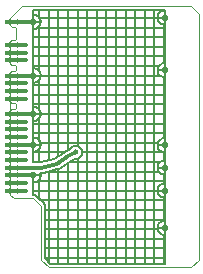
<source format=gbl>
G04 EAGLE Gerber X2 export*
%TF.Part,Single*%
%TF.FileFunction,Other,bottom copper*%
%TF.FilePolarity,Positive*%
%TF.GenerationSoftware,Autodesk,EAGLE,9.5.2*%
%TF.CreationDate,2020-03-22T18:50:51Z*%
G75*
%MOMM*%
%FSLAX34Y34*%
%LPD*%
%INbottom copper*%
%AMOC8*
5,1,8,0,0,1.08239X$1,22.5*%
G01*
%ADD10C,0.000000*%
%ADD11R,1.350000X0.450000*%
%ADD12C,0.454000*%
%ADD13C,0.304800*%
%ADD14C,0.595000*%
%ADD15C,0.203200*%


D10*
X0Y-36000D02*
X3000Y-39000D01*
X19500Y-39000D01*
X26000Y-45500D01*
X26000Y-91000D01*
X32500Y-97500D01*
X152750Y-97500D01*
X159250Y-91000D01*
X159250Y117000D01*
X152750Y123500D01*
X10000Y123500D01*
X0Y113500D01*
X0Y107500D01*
X0Y94000D02*
X0Y75000D01*
X1000Y74000D01*
X4000Y74000D01*
X5000Y73000D01*
X5000Y70000D02*
X4000Y69000D01*
X1000Y69000D01*
X0Y68000D01*
X5000Y70000D02*
X5000Y73000D01*
X0Y68000D02*
X0Y42500D01*
X1000Y41500D01*
X4000Y41500D01*
X5000Y40500D01*
X5000Y37500D02*
X4000Y36500D01*
X1000Y36500D01*
X0Y35500D01*
X5000Y37500D02*
X5000Y40500D01*
X0Y42000D02*
X0Y35500D01*
X0Y-36000D01*
X1000Y106500D02*
X0Y107500D01*
X1000Y106500D02*
X4000Y106500D01*
X5000Y105500D01*
X5000Y96000D01*
X4000Y95000D01*
X1000Y95000D01*
X0Y94000D01*
D11*
X2000Y91000D03*
X2000Y84500D03*
X2000Y78000D03*
X2000Y65000D03*
X2000Y58500D03*
X2000Y52000D03*
X2000Y45500D03*
X2000Y32500D03*
X2000Y26000D03*
X2000Y19500D03*
X2000Y6500D03*
X2000Y0D03*
X2000Y-6500D03*
X2000Y-19500D03*
X2000Y-26000D03*
X2000Y-32500D03*
X2000Y110500D03*
X2000Y13000D03*
X2000Y-13000D03*
D12*
X6500Y0D03*
D13*
X2000Y0D02*
X13000Y0D01*
D12*
X0Y0D03*
X0Y110500D03*
D14*
X19500Y6500D03*
D12*
X6500Y6500D03*
X0Y6500D03*
X6500Y-19500D03*
X0Y-19500D03*
X6500Y110500D03*
D14*
X19500Y110500D03*
X130500Y114000D03*
X130500Y-13000D03*
X130500Y-64000D03*
X130500Y6000D03*
X130500Y-32500D03*
X130500Y69500D03*
X19500Y65000D03*
D12*
X6500Y65000D03*
X0Y65000D03*
D14*
X19500Y32500D03*
D12*
X6500Y32500D03*
X0Y32500D03*
D13*
X6500Y110500D02*
X19500Y110500D01*
X19500Y65000D02*
X2000Y65000D01*
X2000Y32500D02*
X19500Y32500D01*
X19500Y6500D02*
X2000Y6500D01*
D14*
X19500Y-19500D03*
D13*
X2000Y-19500D01*
D15*
X19500Y6500D02*
X19500Y6500D01*
X19500Y509D01*
X20090Y509D01*
X21248Y739D01*
X22338Y1191D01*
X23319Y1846D01*
X24154Y2681D01*
X24809Y3662D01*
X25261Y4752D01*
X25491Y5910D01*
X25491Y6500D01*
X19500Y6500D01*
X19500Y6500D01*
X25491Y6500D01*
X25491Y7090D01*
X25261Y8248D01*
X24809Y9338D01*
X24154Y10319D01*
X23319Y11154D01*
X22338Y11809D01*
X21248Y12261D01*
X20090Y12491D01*
X19500Y12491D01*
X19500Y6500D01*
X19500Y6500D01*
X19500Y32500D01*
X19500Y32500D01*
X19500Y26509D01*
X20090Y26509D01*
X21248Y26739D01*
X22338Y27191D01*
X23319Y27846D01*
X24154Y28681D01*
X24809Y29662D01*
X25261Y30752D01*
X25491Y31910D01*
X25491Y32500D01*
X19500Y32500D01*
X19500Y32500D01*
X25491Y32500D01*
X25491Y33090D01*
X25261Y34248D01*
X24809Y35338D01*
X24154Y36319D01*
X23319Y37154D01*
X22338Y37809D01*
X21248Y38261D01*
X20090Y38491D01*
X19500Y38491D01*
X19500Y32500D01*
X19500Y32500D01*
X19500Y65000D01*
X19500Y65000D01*
X19500Y59009D01*
X20090Y59009D01*
X21248Y59239D01*
X22338Y59691D01*
X23319Y60346D01*
X24154Y61181D01*
X24809Y62162D01*
X25261Y63252D01*
X25491Y64410D01*
X25491Y65000D01*
X19500Y65000D01*
X19500Y65000D01*
X25491Y65000D01*
X25491Y65590D01*
X25261Y66748D01*
X24809Y67838D01*
X24154Y68819D01*
X23319Y69654D01*
X22338Y70309D01*
X21248Y70761D01*
X20090Y70991D01*
X19500Y70991D01*
X19500Y65000D01*
X19500Y65000D01*
X19500Y110500D01*
X19500Y110500D01*
X19500Y104509D01*
X20090Y104509D01*
X21248Y104739D01*
X22338Y105191D01*
X23319Y105846D01*
X24154Y106681D01*
X24809Y107662D01*
X25261Y108752D01*
X25491Y109910D01*
X25491Y110500D01*
X19500Y110500D01*
X19500Y110500D01*
X25491Y110500D01*
X25491Y111090D01*
X25261Y112248D01*
X24809Y113338D01*
X24154Y114319D01*
X23319Y115154D01*
X22338Y115809D01*
X21248Y116261D01*
X20090Y116491D01*
X19500Y116491D01*
X19500Y110500D01*
X19500Y110500D01*
X19500Y120484D01*
X130750Y120484D01*
X130750Y119991D01*
X130500Y119991D01*
X130500Y114000D01*
X130500Y114000D01*
X130500Y119991D01*
X129910Y119991D01*
X128752Y119761D01*
X127662Y119309D01*
X126681Y118654D01*
X125846Y117819D01*
X125191Y116838D01*
X124739Y115748D01*
X124509Y114590D01*
X124509Y114000D01*
X130500Y114000D01*
X130500Y114000D01*
X124509Y114000D01*
X124509Y113410D01*
X124739Y112252D01*
X125191Y111162D01*
X125846Y110181D01*
X126681Y109346D01*
X127662Y108691D01*
X128752Y108239D01*
X129910Y108009D01*
X130500Y108009D01*
X130500Y114000D01*
X130500Y114000D01*
X130500Y108009D01*
X130750Y108009D01*
X130750Y75491D01*
X130500Y75491D01*
X130500Y69500D01*
X130500Y69500D01*
X130500Y75491D01*
X129910Y75491D01*
X128752Y75261D01*
X127662Y74809D01*
X126681Y74154D01*
X125846Y73319D01*
X125191Y72338D01*
X124739Y71248D01*
X124509Y70090D01*
X124509Y69500D01*
X130500Y69500D01*
X130500Y69500D01*
X124509Y69500D01*
X124509Y68910D01*
X124739Y67752D01*
X125191Y66662D01*
X125846Y65681D01*
X126681Y64846D01*
X127662Y64191D01*
X128752Y63739D01*
X129910Y63509D01*
X130500Y63509D01*
X130500Y69500D01*
X130500Y69500D01*
X130500Y63509D01*
X130750Y63509D01*
X130750Y11991D01*
X130500Y11991D01*
X130500Y6000D01*
X130500Y6000D01*
X130500Y11991D01*
X129910Y11991D01*
X128752Y11761D01*
X127662Y11309D01*
X126681Y10654D01*
X125846Y9819D01*
X125191Y8838D01*
X124739Y7748D01*
X124509Y6590D01*
X124509Y6000D01*
X130500Y6000D01*
X130500Y6000D01*
X124509Y6000D01*
X124509Y5410D01*
X124739Y4252D01*
X125191Y3162D01*
X125846Y2181D01*
X126681Y1346D01*
X127662Y691D01*
X128752Y239D01*
X129910Y9D01*
X130500Y9D01*
X130500Y6000D01*
X130500Y6000D01*
X130500Y9D01*
X130750Y9D01*
X130750Y-7009D01*
X130500Y-7009D01*
X130500Y-13000D01*
X130500Y-13000D01*
X130500Y-7009D01*
X129910Y-7009D01*
X128752Y-7239D01*
X127662Y-7691D01*
X126681Y-8346D01*
X125846Y-9181D01*
X125191Y-10162D01*
X124739Y-11252D01*
X124509Y-12410D01*
X124509Y-13000D01*
X130500Y-13000D01*
X130500Y-13000D01*
X124509Y-13000D01*
X124509Y-13590D01*
X124739Y-14748D01*
X125191Y-15838D01*
X125846Y-16819D01*
X126681Y-17654D01*
X127662Y-18309D01*
X128752Y-18761D01*
X129910Y-18991D01*
X130500Y-18991D01*
X130500Y-13000D01*
X130500Y-13000D01*
X130500Y-18991D01*
X130750Y-18991D01*
X130750Y-26509D01*
X130500Y-26509D01*
X130500Y-32500D01*
X130500Y-32500D01*
X130500Y-26509D01*
X129910Y-26509D01*
X128752Y-26739D01*
X127662Y-27191D01*
X126681Y-27846D01*
X125846Y-28681D01*
X125191Y-29662D01*
X124739Y-30752D01*
X124509Y-31910D01*
X124509Y-32500D01*
X130500Y-32500D01*
X130500Y-32500D01*
X124509Y-32500D01*
X124509Y-33090D01*
X124739Y-34248D01*
X125191Y-35338D01*
X125846Y-36319D01*
X126681Y-37154D01*
X127662Y-37809D01*
X128752Y-38261D01*
X129910Y-38491D01*
X130500Y-38491D01*
X130500Y-32500D01*
X130500Y-32500D01*
X130500Y-38491D01*
X130750Y-38491D01*
X130750Y-58009D01*
X130500Y-58009D01*
X130500Y-64000D01*
X130500Y-64000D01*
X130500Y-58009D01*
X129910Y-58009D01*
X128752Y-58239D01*
X127662Y-58691D01*
X126681Y-59346D01*
X125846Y-60181D01*
X125191Y-61162D01*
X124739Y-62252D01*
X124509Y-63410D01*
X124509Y-64000D01*
X130500Y-64000D01*
X130500Y-64000D01*
X124509Y-64000D01*
X124509Y-64590D01*
X124739Y-65748D01*
X125191Y-66838D01*
X125846Y-67819D01*
X126681Y-68654D01*
X127662Y-69309D01*
X128752Y-69761D01*
X129910Y-69991D01*
X130500Y-69991D01*
X130500Y-64000D01*
X130500Y-64000D01*
X130500Y-69991D01*
X130750Y-69991D01*
X130750Y-94484D01*
X33749Y-94484D01*
X29016Y-89751D01*
X29016Y-44251D01*
X27249Y-42484D01*
X27249Y-42484D01*
X20749Y-35984D01*
X19500Y-35984D01*
X19500Y-19500D01*
X19500Y-19500D01*
X19500Y-25491D01*
X20090Y-25491D01*
X21248Y-25261D01*
X22338Y-24809D01*
X23319Y-24154D01*
X24154Y-23319D01*
X24809Y-22338D01*
X25261Y-21248D01*
X25491Y-20090D01*
X25491Y-19500D01*
X19500Y-19500D01*
X19500Y-19500D01*
X25491Y-19500D01*
X25491Y-18910D01*
X25282Y-17859D01*
X26559Y-17540D01*
X27881Y-17540D01*
X28321Y-17099D01*
X39111Y-14402D01*
X39954Y-14571D01*
X40864Y-13964D01*
X41925Y-13698D01*
X42368Y-12961D01*
X51033Y-7184D01*
X54830Y-5286D01*
X57440Y-5286D01*
X60536Y-2190D01*
X60536Y2190D01*
X57440Y5286D01*
X53060Y5286D01*
X50451Y2676D01*
X48113Y1507D01*
X47796Y1571D01*
X46467Y684D01*
X45038Y-30D01*
X44936Y-337D01*
X37136Y-5536D01*
X25441Y-8460D01*
X19500Y-8460D01*
X19500Y6500D01*
X29016Y-89408D02*
X130750Y-89408D01*
X130750Y-81280D02*
X29016Y-81280D01*
X29016Y-73152D02*
X130750Y-73152D01*
X124595Y-65024D02*
X29016Y-65024D01*
X130500Y-65024D02*
X130500Y-65024D01*
X130750Y-56896D02*
X29016Y-56896D01*
X29016Y-48768D02*
X130750Y-48768D01*
X130750Y-40640D02*
X25405Y-40640D01*
X19500Y-32512D02*
X124509Y-32512D01*
X130500Y-32512D02*
X130500Y-32512D01*
X19500Y-24384D02*
X19500Y-24384D01*
X22974Y-24384D02*
X130750Y-24384D01*
X125470Y-16256D02*
X31695Y-16256D01*
X130500Y-16256D02*
X130500Y-16256D01*
X26769Y-8128D02*
X19500Y-8128D01*
X49618Y-8128D02*
X127008Y-8128D01*
X130500Y-8128D02*
X130500Y-8128D01*
X45098Y0D02*
X19500Y0D01*
X60536Y0D02*
X130750Y0D01*
X19500Y8128D02*
X19500Y8128D01*
X25285Y8128D02*
X124897Y8128D01*
X130500Y8128D02*
X130500Y8128D01*
X130750Y16256D02*
X19500Y16256D01*
X19500Y24384D02*
X130750Y24384D01*
X19500Y32512D02*
X19500Y32512D01*
X25491Y32512D02*
X130750Y32512D01*
X130750Y40640D02*
X19500Y40640D01*
X19500Y48768D02*
X130750Y48768D01*
X130750Y56896D02*
X19500Y56896D01*
X19500Y65024D02*
X19500Y65024D01*
X25491Y65024D02*
X126503Y65024D01*
X130500Y65024D02*
X130500Y65024D01*
X125735Y73152D02*
X19500Y73152D01*
X130500Y73152D02*
X130500Y73152D01*
X130750Y81280D02*
X19500Y81280D01*
X19500Y89408D02*
X130750Y89408D01*
X130750Y97536D02*
X19500Y97536D01*
X19500Y105664D02*
X19500Y105664D01*
X23046Y105664D02*
X130750Y105664D01*
X19500Y113792D02*
X19500Y113792D01*
X24506Y113792D02*
X124509Y113792D01*
X130500Y113792D02*
X130500Y113792D01*
X24384Y-22974D02*
X24384Y-39619D01*
X24384Y-19500D02*
X24384Y-19500D01*
X24384Y-8460D02*
X24384Y3026D01*
X24384Y6500D02*
X24384Y6500D01*
X24384Y9974D02*
X24384Y29026D01*
X24384Y32500D02*
X24384Y32500D01*
X24384Y35974D02*
X24384Y61526D01*
X24384Y65000D02*
X24384Y65000D01*
X24384Y68474D02*
X24384Y107026D01*
X24384Y110500D02*
X24384Y110500D01*
X24384Y113974D02*
X24384Y120484D01*
X32512Y-16052D02*
X32512Y-93247D01*
X32512Y-6692D02*
X32512Y120484D01*
X40640Y-14113D02*
X40640Y-94484D01*
X40640Y-3200D02*
X40640Y120484D01*
X48768Y-8694D02*
X48768Y-94484D01*
X48768Y1835D02*
X48768Y120484D01*
X56896Y-5286D02*
X56896Y-94484D01*
X56896Y5286D02*
X56896Y120484D01*
X65024Y120484D02*
X65024Y-94484D01*
X73152Y-94484D02*
X73152Y120484D01*
X81280Y120484D02*
X81280Y-94484D01*
X89408Y-94484D02*
X89408Y120484D01*
X97536Y120484D02*
X97536Y-94484D01*
X105664Y-94484D02*
X105664Y120484D01*
X113792Y120484D02*
X113792Y-94484D01*
X121920Y-94484D02*
X121920Y120484D01*
X130048Y-69991D02*
X130048Y-94484D01*
X130048Y-64000D02*
X130048Y-64000D01*
X130048Y-58009D02*
X130048Y-38491D01*
X130048Y-32500D02*
X130048Y-32500D01*
X130048Y-26509D02*
X130048Y-18991D01*
X130048Y-13000D02*
X130048Y-13000D01*
X130048Y-7009D02*
X130048Y9D01*
X130048Y6000D02*
X130048Y6000D01*
X130048Y11991D02*
X130048Y63509D01*
X130048Y69500D02*
X130048Y69500D01*
X130048Y75491D02*
X130048Y108009D01*
X130048Y114000D02*
X130048Y114000D01*
X130048Y119991D02*
X130048Y120484D01*
D12*
X6500Y19500D03*
D13*
X2000Y19500D02*
X13000Y19500D01*
D12*
X0Y19500D03*
X6500Y26000D03*
D13*
X2000Y26000D02*
X13000Y26000D01*
D12*
X0Y26000D03*
X6500Y45500D03*
D13*
X2000Y45500D02*
X13000Y45500D01*
D12*
X0Y45500D03*
X6500Y52000D03*
D13*
X2000Y52000D02*
X13000Y52000D01*
D12*
X0Y52000D03*
X6500Y58500D03*
D13*
X2000Y58500D02*
X13000Y58500D01*
D12*
X0Y58500D03*
X6500Y84500D03*
D13*
X2000Y84500D02*
X13000Y84500D01*
D12*
X0Y84500D03*
X6500Y78000D03*
D13*
X2000Y78000D02*
X13000Y78000D01*
D12*
X0Y78000D03*
X6500Y91000D03*
D13*
X2000Y91000D02*
X13000Y91000D01*
D12*
X0Y91000D03*
X6500Y-32500D03*
X0Y-32500D03*
D13*
X6500Y-32500D02*
X13000Y-32500D01*
D12*
X0Y-26000D03*
X6500Y-26000D03*
D13*
X13000Y-26000D01*
D12*
X6500Y-6500D03*
X0Y-6500D03*
D13*
X6500Y-6500D02*
X13000Y-6500D01*
D12*
X6500Y-13000D03*
X0Y-13000D03*
X6500Y13000D03*
X0Y13000D03*
D13*
X2000Y-13000D02*
X26000Y-13000D01*
X39000Y-9750D01*
X48750Y-3250D01*
X55250Y0D01*
D12*
X55250Y0D03*
D13*
X13000Y13000D02*
X2000Y13000D01*
M02*

</source>
